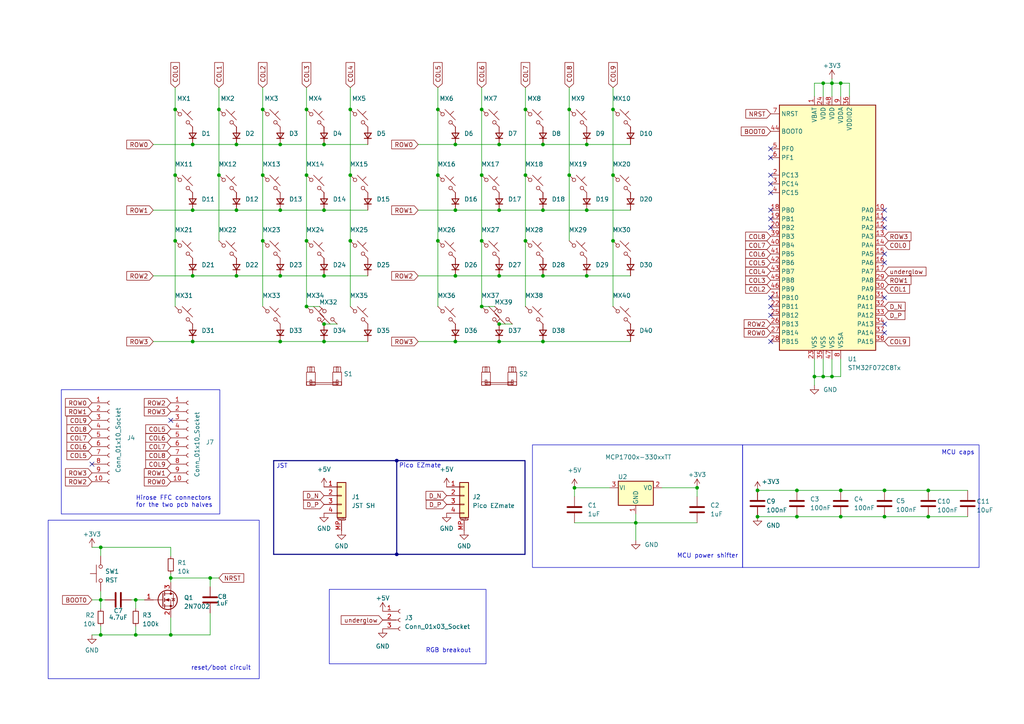
<source format=kicad_sch>
(kicad_sch (version 20230121) (generator eeschema)
  (paper "A4")
  (junction (at 88.9 69.85))
  (junction (at 93.98 80.01))
  (junction (at 139.7 88.9))
  (junction (at 39.37 184.15))
  (junction (at 81.28 60.96))
  (junction (at 269.24 142.24))
  (junction (at 127 69.85))
  (junction (at 101.6 69.85))
  (junction (at 68.58 41.91))
  (junction (at 63.5 31.75))
  (junction (at 49.53 167.64))
  (junction (at 55.88 99.06))
  (junction (at 238.76 109.22))
  (junction (at 93.98 60.96))
  (junction (at 202.184 141.478))
  (junction (at 127 31.75))
  (junction (at 166.624 141.478))
  (junction (at 157.48 41.91))
  (junction (at 88.9 88.9))
  (junction (at 76.2 50.8))
  (junction (at 29.21 184.15))
  (junction (at 219.71 149.86))
  (junction (at 256.54 142.24))
  (junction (at 55.88 41.91))
  (junction (at 50.8 69.85))
  (junction (at 241.3 24.13))
  (junction (at 63.5 50.8))
  (junction (at 157.48 60.96))
  (junction (at 170.18 60.96))
  (junction (at 55.88 80.01))
  (junction (at 144.78 80.01))
  (junction (at 127 50.8))
  (junction (at 144.78 99.06))
  (junction (at 144.78 60.96))
  (junction (at 29.21 173.99))
  (junction (at 243.84 142.24))
  (junction (at 132.08 41.91))
  (junction (at 50.8 31.75))
  (junction (at 238.76 24.13))
  (junction (at 93.98 93.98))
  (junction (at 139.7 69.85))
  (junction (at 115.062 160.782))
  (junction (at 236.22 109.22))
  (junction (at 165.1 50.8))
  (junction (at 177.8 50.8))
  (junction (at 184.404 151.638))
  (junction (at 88.9 31.75))
  (junction (at 157.48 80.01))
  (junction (at 231.14 142.24))
  (junction (at 152.4 69.85))
  (junction (at 76.2 69.85))
  (junction (at 231.14 149.86))
  (junction (at 50.8 50.8))
  (junction (at 241.3 109.22))
  (junction (at 256.54 149.86))
  (junction (at 93.98 41.91))
  (junction (at 132.08 99.06))
  (junction (at 55.88 60.96))
  (junction (at 81.28 41.91))
  (junction (at 101.6 50.8))
  (junction (at 219.71 142.24))
  (junction (at 115.062 133.604))
  (junction (at 68.58 80.01))
  (junction (at 177.8 31.75))
  (junction (at 132.08 60.96))
  (junction (at 60.96 167.64))
  (junction (at 139.7 50.8))
  (junction (at 157.48 99.06))
  (junction (at 269.24 149.86))
  (junction (at 165.1 31.75))
  (junction (at 170.18 41.91))
  (junction (at 170.18 80.01))
  (junction (at 29.21 158.75))
  (junction (at 132.08 80.01))
  (junction (at 152.4 50.8))
  (junction (at 152.4 31.75))
  (junction (at 144.78 41.91))
  (junction (at 76.2 31.75))
  (junction (at 81.28 80.01))
  (junction (at 93.98 99.06))
  (junction (at 243.84 149.86))
  (junction (at 39.37 173.99))
  (junction (at 139.7 31.75))
  (junction (at 243.84 24.13))
  (junction (at 81.28 99.06))
  (junction (at 68.58 60.96))
  (junction (at 177.8 69.85))
  (junction (at 101.6 31.75))
  (junction (at 49.53 184.15))
  (junction (at 88.9 50.8))
  (junction (at 144.78 93.98))
  (no_connect (at 256.54 96.52))
  (no_connect (at 223.52 86.36))
  (no_connect (at 256.54 60.96))
  (no_connect (at 223.52 66.04))
  (no_connect (at 223.52 91.44))
  (no_connect (at 26.67 134.62))
  (no_connect (at 223.52 55.88))
  (no_connect (at 223.52 63.5))
  (no_connect (at 256.54 76.2))
  (no_connect (at 49.53 121.92))
  (no_connect (at 223.52 88.9))
  (no_connect (at 223.52 50.8))
  (no_connect (at 256.54 93.98))
  (no_connect (at 223.52 53.34))
  (no_connect (at 256.54 63.5))
  (no_connect (at 223.52 45.72))
  (no_connect (at 256.54 66.04))
  (no_connect (at 223.52 60.96))
  (no_connect (at 256.54 73.66))
  (no_connect (at 223.52 99.06))
  (no_connect (at 223.52 43.18))
  (no_connect (at 256.54 86.36))
  (wire (pts (xy 49.53 167.64) (xy 49.53 168.91)))
  (wire (pts (xy 241.3 109.22) (xy 243.84 109.22)))
  (wire (pts (xy 177.8 69.85) (xy 177.8 88.9)))
  (wire (pts (xy 49.53 166.37) (xy 49.53 167.64)))
  (wire (pts (xy 39.37 181.61) (xy 39.37 184.15)))
  (wire (pts (xy 144.78 80.01) (xy 157.48 80.01)))
  (wire (pts (xy 50.8 31.75) (xy 50.8 50.8)))
  (wire (pts (xy 166.624 144.018) (xy 166.624 141.478)))
  (wire (pts (xy 177.8 25.4) (xy 177.8 31.75)))
  (wire (pts (xy 93.98 60.96) (xy 106.68 60.96)))
  (wire (pts (xy 243.84 104.14) (xy 243.84 109.22)))
  (wire (pts (xy 139.7 88.9) (xy 143.51 88.9)))
  (wire (pts (xy 76.2 25.4) (xy 76.2 31.75)))
  (wire (pts (xy 60.96 167.64) (xy 63.5 167.64)))
  (wire (pts (xy 139.7 25.4) (xy 139.7 31.75)))
  (wire (pts (xy 55.88 60.96) (xy 68.58 60.96)))
  (wire (pts (xy 184.404 151.638) (xy 184.404 149.098)))
  (wire (pts (xy 29.21 158.75) (xy 29.21 161.29)))
  (wire (pts (xy 219.71 149.86) (xy 231.14 149.86)))
  (wire (pts (xy 192.024 141.478) (xy 202.184 141.478)))
  (wire (pts (xy 93.98 99.06) (xy 106.68 99.06)))
  (wire (pts (xy 63.5 25.4) (xy 63.5 31.75)))
  (wire (pts (xy 236.22 104.14) (xy 236.22 109.22)))
  (wire (pts (xy 256.54 149.86) (xy 269.24 149.86)))
  (wire (pts (xy 152.4 69.85) (xy 152.4 88.9)))
  (wire (pts (xy 76.2 69.85) (xy 76.2 88.9)))
  (wire (pts (xy 132.08 99.06) (xy 144.78 99.06)))
  (wire (pts (xy 231.14 142.24) (xy 243.84 142.24)))
  (wire (pts (xy 49.53 167.64) (xy 60.96 167.64)))
  (wire (pts (xy 144.78 99.06) (xy 157.48 99.06)))
  (wire (pts (xy 121.285 80.01) (xy 132.08 80.01)))
  (wire (pts (xy 166.624 141.478) (xy 176.784 141.478)))
  (wire (pts (xy 157.48 80.01) (xy 170.18 80.01)))
  (wire (pts (xy 81.28 80.01) (xy 93.98 80.01)))
  (wire (pts (xy 152.4 25.4) (xy 152.4 31.75)))
  (wire (pts (xy 121.285 60.96) (xy 132.08 60.96)))
  (wire (pts (xy 81.28 41.91) (xy 93.98 41.91)))
  (wire (pts (xy 246.38 24.13) (xy 246.38 27.94)))
  (wire (pts (xy 241.3 24.13) (xy 241.3 27.94)))
  (wire (pts (xy 68.58 41.91) (xy 81.28 41.91)))
  (wire (pts (xy 269.24 142.24) (xy 280.67 142.24)))
  (wire (pts (xy 238.76 24.13) (xy 241.3 24.13)))
  (wire (pts (xy 202.184 151.638) (xy 184.404 151.638)))
  (wire (pts (xy 26.67 184.15) (xy 29.21 184.15)))
  (wire (pts (xy 29.21 158.75) (xy 49.53 158.75)))
  (wire (pts (xy 243.84 149.86) (xy 256.54 149.86)))
  (wire (pts (xy 39.37 173.99) (xy 41.91 173.99)))
  (wire (pts (xy 243.84 142.24) (xy 256.54 142.24)))
  (wire (pts (xy 236.22 109.22) (xy 236.22 111.76)))
  (wire (pts (xy 88.9 25.4) (xy 88.9 31.75)))
  (wire (pts (xy 269.24 149.86) (xy 280.67 149.86)))
  (wire (pts (xy 101.6 25.4) (xy 101.6 31.75)))
  (wire (pts (xy 50.8 25.4) (xy 50.8 31.75)))
  (wire (pts (xy 238.76 109.22) (xy 241.3 109.22)))
  (wire (pts (xy 243.84 24.13) (xy 243.84 27.94)))
  (wire (pts (xy 165.1 25.4) (xy 165.1 31.75)))
  (wire (pts (xy 81.28 60.96) (xy 93.98 60.96)))
  (wire (pts (xy 165.1 31.75) (xy 165.1 50.8)))
  (wire (pts (xy 63.5 50.8) (xy 63.5 69.85)))
  (wire (pts (xy 121.285 41.91) (xy 132.08 41.91)))
  (wire (pts (xy 241.3 22.86) (xy 241.3 24.13)))
  (wire (pts (xy 231.14 149.86) (xy 243.84 149.86)))
  (wire (pts (xy 243.84 24.13) (xy 246.38 24.13)))
  (wire (pts (xy 157.48 60.96) (xy 170.18 60.96)))
  (wire (pts (xy 256.54 142.24) (xy 269.24 142.24)))
  (wire (pts (xy 39.37 173.99) (xy 39.37 176.53)))
  (wire (pts (xy 49.53 179.07) (xy 49.53 184.15)))
  (wire (pts (xy 44.45 80.01) (xy 55.88 80.01)))
  (wire (pts (xy 88.9 50.8) (xy 88.9 69.85)))
  (wire (pts (xy 139.7 31.75) (xy 139.7 50.8)))
  (wire (pts (xy 68.58 60.96) (xy 81.28 60.96)))
  (wire (pts (xy 241.3 104.14) (xy 241.3 109.22)))
  (wire (pts (xy 121.285 99.06) (xy 132.08 99.06)))
  (wire (pts (xy 144.78 60.96) (xy 157.48 60.96)))
  (wire (pts (xy 63.5 31.75) (xy 63.5 50.8)))
  (wire (pts (xy 127 50.8) (xy 127 69.85)))
  (wire (pts (xy 132.08 80.01) (xy 144.78 80.01)))
  (wire (pts (xy 236.22 24.13) (xy 236.22 27.94)))
  (wire (pts (xy 170.18 80.01) (xy 182.88 80.01)))
  (wire (pts (xy 236.22 24.13) (xy 238.76 24.13)))
  (wire (pts (xy 238.76 104.14) (xy 238.76 109.22)))
  (bus (pts (xy 115.062 133.604) (xy 152.273 133.604)))
  (wire (pts (xy 44.45 60.96) (xy 55.88 60.96)))
  (wire (pts (xy 88.9 69.85) (xy 88.9 88.9)))
  (wire (pts (xy 88.9 31.75) (xy 88.9 50.8)))
  (wire (pts (xy 139.7 50.8) (xy 139.7 69.85)))
  (wire (pts (xy 49.53 158.75) (xy 49.53 161.29)))
  (wire (pts (xy 177.8 31.75) (xy 177.8 50.8)))
  (wire (pts (xy 38.1 173.99) (xy 39.37 173.99)))
  (wire (pts (xy 29.21 173.99) (xy 30.48 173.99)))
  (wire (pts (xy 76.2 50.8) (xy 76.2 69.85)))
  (wire (pts (xy 29.21 181.61) (xy 29.21 184.15)))
  (wire (pts (xy 26.67 173.99) (xy 29.21 173.99)))
  (wire (pts (xy 101.6 69.85) (xy 101.6 88.9)))
  (wire (pts (xy 177.8 50.8) (xy 177.8 69.85)))
  (wire (pts (xy 44.45 41.91) (xy 55.88 41.91)))
  (wire (pts (xy 152.4 31.75) (xy 152.4 50.8)))
  (wire (pts (xy 76.2 31.75) (xy 76.2 50.8)))
  (wire (pts (xy 165.1 50.8) (xy 165.1 69.85)))
  (wire (pts (xy 132.08 41.91) (xy 144.78 41.91)))
  (wire (pts (xy 202.184 141.478) (xy 202.184 144.018)))
  (wire (pts (xy 241.3 24.13) (xy 243.84 24.13)))
  (wire (pts (xy 29.21 171.45) (xy 29.21 173.99)))
  (wire (pts (xy 50.8 50.8) (xy 50.8 69.85)))
  (wire (pts (xy 170.18 60.96) (xy 182.88 60.96)))
  (wire (pts (xy 68.58 80.01) (xy 81.28 80.01)))
  (wire (pts (xy 60.96 167.64) (xy 60.96 170.18)))
  (wire (pts (xy 127 31.75) (xy 127 50.8)))
  (wire (pts (xy 184.404 151.638) (xy 184.404 156.718)))
  (bus (pts (xy 115.062 160.782) (xy 152.273 160.782)))
  (wire (pts (xy 219.71 142.24) (xy 231.14 142.24)))
  (wire (pts (xy 26.67 158.75) (xy 29.21 158.75)))
  (wire (pts (xy 29.21 173.99) (xy 29.21 176.53)))
  (wire (pts (xy 157.48 41.91) (xy 170.18 41.91)))
  (wire (pts (xy 127 69.85) (xy 127 88.9)))
  (wire (pts (xy 101.6 50.8) (xy 101.6 69.85)))
  (wire (pts (xy 132.08 60.96) (xy 144.78 60.96)))
  (wire (pts (xy 81.28 99.06) (xy 93.98 99.06)))
  (wire (pts (xy 88.9 88.9) (xy 92.71 88.9)))
  (wire (pts (xy 93.98 80.01) (xy 106.68 80.01)))
  (wire (pts (xy 101.6 31.75) (xy 101.6 50.8)))
  (wire (pts (xy 144.78 93.98) (xy 148.59 93.98)))
  (wire (pts (xy 139.7 69.85) (xy 139.7 88.9)))
  (wire (pts (xy 55.88 80.01) (xy 68.58 80.01)))
  (wire (pts (xy 236.22 109.22) (xy 238.76 109.22)))
  (wire (pts (xy 39.37 184.15) (xy 49.53 184.15)))
  (wire (pts (xy 49.53 184.15) (xy 60.96 184.15)))
  (wire (pts (xy 55.88 99.06) (xy 81.28 99.06)))
  (wire (pts (xy 60.96 177.8) (xy 60.96 184.15)))
  (wire (pts (xy 127 25.4) (xy 127 31.75)))
  (wire (pts (xy 170.18 41.91) (xy 182.88 41.91)))
  (wire (pts (xy 144.78 41.91) (xy 157.48 41.91)))
  (wire (pts (xy 152.4 50.8) (xy 152.4 69.85)))
  (wire (pts (xy 157.48 99.06) (xy 182.88 99.06)))
  (wire (pts (xy 44.45 99.06) (xy 55.88 99.06)))
  (wire (pts (xy 93.98 93.98) (xy 97.79 93.98)))
  (wire (pts (xy 166.624 151.638) (xy 184.404 151.638)))
  (bus (pts (xy 152.273 160.782) (xy 152.273 133.604)))
  (wire (pts (xy 55.88 41.91) (xy 68.58 41.91)))
  (wire (pts (xy 29.21 184.15) (xy 39.37 184.15)))
  (wire (pts (xy 238.76 24.13) (xy 238.76 27.94)))
  (wire (pts (xy 50.8 69.85) (xy 50.8 88.9)))
  (bus (pts (xy 79.375 133.604) (xy 79.375 160.782)))
  (bus (pts (xy 79.375 133.604) (xy 115.062 133.604)))
  (wire (pts (xy 93.98 41.91) (xy 106.68 41.91)))
  (bus (pts (xy 79.375 160.782) (xy 115.062 160.782)))
  (bus (pts (xy 115.062 133.604) (xy 115.062 160.782)))
  (rectangle (start 215.392 129.032) (end 283.972 164.592))
  (rectangle (start 154.432 129.032) (end 215.392 164.592))
  (rectangle (start 13.97 150.876) (end 75.184 196.85))
  (rectangle (start 95.504 170.942) (end 140.97 192.532))
  (rectangle (start 17.78 113.03) (end 63.7625 149.0729))
  (text "Pico EZmate" (at 115.697 135.89 0) (effects (font (size 1.27 1.27)) (justify left bottom)))
  (text "Hirose FFC connectors\nfor the two pcb halves" (at 39.37 147.32 0) (effects (font (size 1.27 1.27)) (justify left bottom)))
  (text "reset/boot circuit" (at 55.372 194.564 0) (effects (font (size 1.27 1.27)) (justify left bottom)))
  (text "MCU power shifter" (at 196.342 162.052 0) (effects (font (size 1.27 1.27)) (justify left bottom)))
  (text "RGB breakout" (at 123.444 189.484 0) (effects (font (size 1.27 1.27)) (justify left bottom)))
  (text "MCU caps" (at 273.05 132.08 0) (effects (font (size 1.27 1.27)) (justify left bottom)))
  (text "JST" (at 80.137 136.017 0) (effects (font (size 1.27 1.27)) (justify left bottom)))
  (global_label "COL0" (shape input) (at 50.8 25.4 90) (property "Intersheetrefs" "${INTERSHEET_REFS}" (effects hide)))
  (global_label "ROW1" (shape input) (at 49.53 137.16 180) (property "Intersheetrefs" "${INTERSHEET_REFS}" (effects hide)))
  (global_label "ROW2" (shape input) (at 44.45 80.01 180) (property "Intersheetrefs" "${INTERSHEET_REFS}" (effects hide)))
  (global_label "COL7" (shape input) (at 26.67 127 180) (property "Intersheetrefs" "${INTERSHEET_REFS}" (effects hide)))
  (global_label "ROW2" (shape input) (at 223.52 93.98 180) (property "Intersheetrefs" "${INTERSHEET_REFS}" (effects hide)))
  (global_label "ROW0" (shape input) (at 44.45 41.91 180) (property "Intersheetrefs" "${INTERSHEET_REFS}" (effects hide)))
  (global_label "COL8" (shape input) (at 26.67 124.46 180) (property "Intersheetrefs" "${INTERSHEET_REFS}" (effects hide)))
  (global_label "D_N" (shape input) (at 256.54 88.9 0) (property "Intersheetrefs" "${INTERSHEET_REFS}" (effects hide)))
  (global_label "ROW0" (shape input) (at 223.52 96.52 180) (property "Intersheetrefs" "${INTERSHEET_REFS}" (effects hide)))
  (global_label "COL9" (shape input) (at 49.53 134.62 180) (property "Intersheetrefs" "${INTERSHEET_REFS}" (effects hide)))
  (global_label "ROW1" (shape input) (at 256.54 81.28 0) (property "Intersheetrefs" "${INTERSHEET_REFS}" (effects hide)))
  (global_label "COL7" (shape input) (at 152.4 25.4 90) (property "Intersheetrefs" "${INTERSHEET_REFS}" (effects hide)))
  (global_label "D_P" (shape input) (at 93.98 146.304 180) (property "Intersheetrefs" "${INTERSHEET_REFS}" (effects hide)))
  (global_label "COL0" (shape input) (at 256.54 71.12 0) (property "Intersheetrefs" "${INTERSHEET_REFS}" (effects hide)))
  (global_label "COL7" (shape input) (at 49.53 129.54 180) (property "Intersheetrefs" "${INTERSHEET_REFS}" (effects hide)))
  (global_label "COL2" (shape input) (at 223.52 83.82 180) (property "Intersheetrefs" "${INTERSHEET_REFS}" (effects hide)))
  (global_label "ROW0" (shape input) (at 49.53 139.7 180) (property "Intersheetrefs" "${INTERSHEET_REFS}" (effects hide)))
  (global_label "D_P" (shape input) (at 256.54 91.44 0) (property "Intersheetrefs" "${INTERSHEET_REFS}" (effects hide)))
  (global_label "D_N" (shape input) (at 93.98 143.764 180) (property "Intersheetrefs" "${INTERSHEET_REFS}" (effects hide)))
  (global_label "COL5" (shape input) (at 223.52 76.2 180) (property "Intersheetrefs" "${INTERSHEET_REFS}" (effects hide)))
  (global_label "COL6" (shape input) (at 26.67 129.54 180) (property "Intersheetrefs" "${INTERSHEET_REFS}" (effects hide)))
  (global_label "COL1" (shape input) (at 63.5 25.4 90) (property "Intersheetrefs" "${INTERSHEET_REFS}" (effects hide)))
  (global_label "NRST" (shape input) (at 63.5 167.64 0) (property "Intersheetrefs" "${INTERSHEET_REFS}" (effects hide)))
  (global_label "COL3" (shape input) (at 88.9 25.4 90) (property "Intersheetrefs" "${INTERSHEET_REFS}" (effects hide)))
  (global_label "COL7" (shape input) (at 223.52 71.12 180) (property "Intersheetrefs" "${INTERSHEET_REFS}" (effects hide)))
  (global_label "ROW3" (shape input) (at 121.285 99.06 180) (property "Intersheetrefs" "${INTERSHEET_REFS}" (effects hide)))
  (global_label "D_P" (shape input) (at 129.54 146.304 180) (property "Intersheetrefs" "${INTERSHEET_REFS}" (effects hide)))
  (global_label "ROW3" (shape input) (at 26.67 137.16 180) (property "Intersheetrefs" "${INTERSHEET_REFS}" (effects hide)))
  (global_label "BOOT0" (shape input) (at 223.52 38.1 180) (property "Intersheetrefs" "${INTERSHEET_REFS}" (effects hide)))
  (global_label "COL3" (shape input) (at 223.52 81.28 180) (property "Intersheetrefs" "${INTERSHEET_REFS}" (effects hide)))
  (global_label "ROW3" (shape input) (at 44.45 99.06 180) (property "Intersheetrefs" "${INTERSHEET_REFS}" (effects hide)))
  (global_label "COL6" (shape input) (at 139.7 25.4 90) (property "Intersheetrefs" "${INTERSHEET_REFS}" (effects hide)))
  (global_label "COL9" (shape input) (at 177.8 25.4 90) (property "Intersheetrefs" "${INTERSHEET_REFS}" (effects hide)))
  (global_label "COL9" (shape input) (at 26.67 121.92 180) (property "Intersheetrefs" "${INTERSHEET_REFS}" (effects hide)))
  (global_label "ROW1" (shape input) (at 121.285 60.96 180) (property "Intersheetrefs" "${INTERSHEET_REFS}" (effects hide)))
  (global_label "ROW2" (shape input) (at 49.53 116.84 180) (property "Intersheetrefs" "${INTERSHEET_REFS}" (effects hide)))
  (global_label "ROW3" (shape input) (at 256.54 68.58 0) (property "Intersheetrefs" "${INTERSHEET_REFS}" (effects hide)))
  (global_label "ROW2" (shape input) (at 26.67 139.7 180) (property "Intersheetrefs" "${INTERSHEET_REFS}" (effects hide)))
  (global_label "COL6" (shape input) (at 223.52 73.66 180) (property "Intersheetrefs" "${INTERSHEET_REFS}" (effects hide)))
  (global_label "underglow" (shape input) (at 256.54 78.74 0) (property "Intersheetrefs" "${INTERSHEET_REFS}" (effects hide)))
  (global_label "COL5" (shape input) (at 26.67 132.08 180) (property "Intersheetrefs" "${INTERSHEET_REFS}" (effects hide)))
  (global_label "COL5" (shape input) (at 49.53 124.46 180) (property "Intersheetrefs" "${INTERSHEET_REFS}" (effects hide)))
  (global_label "COL2" (shape input) (at 76.2 25.4 90) (property "Intersheetrefs" "${INTERSHEET_REFS}" (effects hide)))
  (global_label "underglow" (shape input) (at 110.998 179.832 180) (property "Intersheetrefs" "${INTERSHEET_REFS}" (effects hide)))
  (global_label "ROW2" (shape input) (at 121.285 80.01 180) (property "Intersheetrefs" "${INTERSHEET_REFS}" (effects hide)))
  (global_label "D_N" (shape input) (at 129.54 143.764 180) (property "Intersheetrefs" "${INTERSHEET_REFS}" (effects hide)))
  (global_label "BOOT0" (shape input) (at 26.67 173.99 180) (property "Intersheetrefs" "${INTERSHEET_REFS}" (effects hide)))
  (global_label "NRST" (shape input) (at 223.52 33.02 180) (property "Intersheetrefs" "${INTERSHEET_REFS}" (effects hide)))
  (global_label "ROW0" (shape input) (at 121.285 41.91 180) (property "Intersheetrefs" "${INTERSHEET_REFS}" (effects hide)))
  (global_label "COL8" (shape input) (at 165.1 25.4 90) (property "Intersheetrefs" "${INTERSHEET_REFS}" (effects hide)))
  (global_label "ROW0" (shape input) (at 26.67 116.84 180) (property "Intersheetrefs" "${INTERSHEET_REFS}" (effects hide)))
  (global_label "COL4" (shape input) (at 223.52 78.74 180) (property "Intersheetrefs" "${INTERSHEET_REFS}" (effects hide)))
  (global_label "ROW1" (shape input) (at 26.67 119.38 180) (property "Intersheetrefs" "${INTERSHEET_REFS}" (effects hide)))
  (global_label "COL4" (shape input) (at 101.6 25.4 90) (property "Intersheetrefs" "${INTERSHEET_REFS}" (effects hide)))
  (global_label "COL9" (shape input) (at 256.54 99.06 0) (property "Intersheetrefs" "${INTERSHEET_REFS}" (effects hide)))
  (global_label "COL8" (shape input) (at 223.52 68.58 180) (property "Intersheetrefs" "${INTERSHEET_REFS}" (effects hide)))
  (global_label "ROW1" (shape input) (at 44.45 60.96 180) (property "Intersheetrefs" "${INTERSHEET_REFS}" (effects hide)))
  (global_label "ROW3" (shape input) (at 49.53 119.38 180) (property "Intersheetrefs" "${INTERSHEET_REFS}" (effects hide)))
  (global_label "COL5" (shape input) (at 127 25.4 90) (property "Intersheetrefs" "${INTERSHEET_REFS}" (effects hide)))
  (global_label "COL8" (shape input) (at 49.53 132.08 180) (property "Intersheetrefs" "${INTERSHEET_REFS}" (effects hide)))
  (global_label "COL1" (shape input) (at 256.54 83.82 0) (property "Intersheetrefs" "${INTERSHEET_REFS}" (effects hide)))
  (global_label "COL6" (shape input) (at 49.53 127 180) (property "Intersheetrefs" "${INTERSHEET_REFS}" (effects hide)))
  (symbol (lib_id "Device:D_Small") (at 144.78 77.47 90) (unit 1)
    (property "Reference" "D27" (at 147.32 76.835 90) (effects (justify right)))
    (property "Value" "D_Small" (effects hide))
    (property "Footprint" "Diode_SMD:D_SOD-123F" (effects hide))
    (property "Sim.Device" "D" (effects hide))
    (property "Sim.Pins" "1=K 2=A" (effects hide))
  )
  (symbol (lib_id "Device:D_Small") (at 157.48 39.37 90) (unit 1)
    (property "Reference" "D8" (at 160.02 38.735 90) (effects (justify right)))
    (property "Value" "D_Small" (effects hide))
    (property "Footprint" "Diode_SMD:D_SOD-123F" (effects hide))
    (property "Sim.Device" "D" (effects hide))
    (property "Sim.Pins" "1=K 2=A" (effects hide))
  )
  (symbol (lib_id "Device:D_Small") (at 132.08 39.37 90) (unit 1)
    (property "Reference" "D6" (at 134.62 38.735 90) (effects (justify right)))
    (property "Value" "D_Small" (effects hide))
    (property "Footprint" "Diode_SMD:D_SOD-123F" (effects hide))
    (property "Sim.Device" "D" (effects hide))
    (property "Sim.Pins" "1=K 2=A" (effects hide))
  )
  (symbol (lib_id "PCM_marbastlib-mx:MX_SW_HS") (at 154.94 34.29 0) (unit 1)
    (property "Reference" "MX8" (at 154.94 28.575 0))
    (property "Value" "MX_SW_HS" (effects hide))
    (property "Footprint" "PCM_marbastlib-mx:SW_MX_HS_1u" (effects hide))
  )
  (symbol (lib_id "power:+5V") (at 93.98 141.224 0) (unit 1)
    (property "Reference" "#PWR09" (effects hide))
    (property "Value" "+5V" (at 93.98 136.144 0))
  )
  (symbol (lib_id "PCM_marbastlib-mx:MX_SW_HS") (at 53.34 72.39 0) (unit 1)
    (property "Reference" "MX21" (at 53.34 66.675 0))
    (property "Value" "MX_SW_HS" (effects hide))
    (property "Footprint" "PCM_marbastlib-mx:SW_MX_HS_1u" (effects hide))
  )
  (symbol (lib_id "Device:D_Small") (at 106.68 77.47 90) (unit 1)
    (property "Reference" "D25" (at 109.22 76.835 90) (effects (justify right)))
    (property "Value" "D_Small" (effects hide))
    (property "Footprint" "Diode_SMD:D_SOD-123F" (effects hide))
    (property "Sim.Device" "D" (effects hide))
    (property "Sim.Pins" "1=K 2=A" (effects hide))
  )
  (symbol (lib_id "PCM_marbastlib-mx:MX_SW_HS") (at 53.34 53.34 0) (unit 1)
    (property "Reference" "MX11" (at 53.34 47.625 0))
    (property "Value" "MX_SW_HS" (effects hide))
    (property "Footprint" "PCM_marbastlib-mx:SW_MX_HS_1u" (effects hide))
  )
  (symbol (lib_id "Device:D_Small") (at 170.18 39.37 90) (unit 1)
    (property "Reference" "D9" (at 172.72 38.735 90) (effects (justify right)))
    (property "Value" "D_Small" (effects hide))
    (property "Footprint" "Diode_SMD:D_SOD-123F" (effects hide))
    (property "Sim.Device" "D" (effects hide))
    (property "Sim.Pins" "1=K 2=A" (effects hide))
  )
  (symbol (lib_id "Device:D_Small") (at 170.18 58.42 90) (unit 1)
    (property "Reference" "D19" (at 172.72 57.785 90) (effects (justify right)))
    (property "Value" "D_Small" (effects hide))
    (property "Footprint" "Diode_SMD:D_SOD-123F" (effects hide))
    (property "Sim.Device" "D" (effects hide))
    (property "Sim.Pins" "1=K 2=A" (effects hide))
  )
  (symbol (lib_id "Device:D_Small") (at 182.88 58.42 90) (unit 1)
    (property "Reference" "D20" (at 185.42 57.785 90) (effects (justify right)))
    (property "Value" "D_Small" (effects hide))
    (property "Footprint" "Diode_SMD:D_SOD-123F" (effects hide))
    (property "Sim.Device" "D" (effects hide))
    (property "Sim.Pins" "1=K 2=A" (effects hide))
  )
  (symbol (lib_id "Regulator_Linear:MCP1700x-330xxTT") (at 184.404 141.478 0) (unit 1)
    (property "Reference" "U2" (at 180.594 138.303 0))
    (property "Value" "MCP1700x-330xxTT" (at 175.514 132.588 0) (effects (justify left)))
    (property "Footprint" "Package_TO_SOT_SMD:SOT-23" (effects hide))
    (property "Datasheet" "http://ww1.microchip.com/downloads/en/DeviceDoc/20001826D.pdf" (effects hide))
    (property "LCSC Part Number" "C39051" (effects hide))
  )
  (symbol (lib_id "PCM_marbastlib-mx:MX_SW_HS") (at 104.14 91.44 0) (unit 1)
    (property "Reference" "MX35" (at 104.14 85.725 0))
    (property "Value" "MX_SW_HS" (effects hide))
    (property "Footprint" "PCM_marbastlib-mx:SW_MX_HS_1u" (effects hide))
  )
  (symbol (lib_id "PCM_marbastlib-mx:MX_SW_HS") (at 167.64 53.34 0) (unit 1)
    (property "Reference" "MX19" (at 167.64 47.625 0))
    (property "Value" "MX_SW_HS" (effects hide))
    (property "Footprint" "PCM_marbastlib-mx:SW_MX_HS_1u" (effects hide))
  )
  (symbol (lib_id "Device:D_Small") (at 93.98 58.42 90) (unit 1)
    (property "Reference" "D14" (at 96.52 57.785 90) (effects (justify right)))
    (property "Value" "D_Small" (effects hide))
    (property "Footprint" "Diode_SMD:D_SOD-123F" (effects hide))
    (property "Sim.Device" "D" (effects hide))
    (property "Sim.Pins" "1=K 2=A" (effects hide))
  )
  (symbol (lib_id "power:GND") (at 134.62 153.924 0) (unit 1)
    (property "Reference" "#PWR014" (effects hide))
    (property "Value" "GND" (at 134.62 158.3674 0))
  )
  (symbol (lib_id "Device:D_Small") (at 182.88 96.52 90) (unit 1)
    (property "Reference" "D40" (at 185.42 95.885 90) (effects (justify right)))
    (property "Value" "D_Small" (effects hide))
    (property "Footprint" "Diode_SMD:D_SOD-123F" (effects hide))
    (property "Sim.Device" "D" (effects hide))
    (property "Sim.Pins" "1=K 2=A" (effects hide))
  )
  (symbol (lib_id "Device:C") (at 166.624 147.828 0) (unit 1)
    (property "Reference" "C1" (at 170.434 146.5579 0) (effects (justify left)))
    (property "Value" "1uF" (at 170.434 149.0979 0) (effects (justify left)))
    (property "Footprint" "Capacitor_SMD:C_0603_1608Metric" (effects hide))
    (property "LCSC Part Number" "C28323" (effects hide))
  )
  (symbol (lib_id "Device:D_Small") (at 182.88 39.37 90) (unit 1)
    (property "Reference" "D10" (at 185.42 38.735 90) (effects (justify right)))
    (property "Value" "D_Small" (effects hide))
    (property "Footprint" "Diode_SMD:D_SOD-123F" (effects hide))
    (property "Sim.Device" "D" (effects hide))
    (property "Sim.Pins" "1=K 2=A" (effects hide))
  )
  (symbol (lib_id "Connector:Conn_01x03_Socket") (at 116.078 179.832 0) (unit 1)
    (property "Reference" "J3" (at 117.348 179.197 0) (effects (justify left)))
    (property "Value" "Conn_01x03_Socket" (at 117.348 181.737 0) (effects (justify left)))
    (property "Footprint" "Connector_PinHeader_2.54mm:PinHeader_1x03_P2.54mm_Vertical" (effects hide))
  )
  (symbol (lib_id "PCM_marbastlib-mx:MX_SW_HS") (at 53.34 91.44 0) (unit 1)
    (property "Reference" "MX31" (at 53.34 85.725 0))
    (property "Value" "MX_SW_HS" (effects hide))
    (property "Footprint" "PCM_marbastlib-mx:SW_MX_HS_1u" (effects hide))
  )
  (symbol (lib_id "power:+3V3") (at 241.3 22.86 0) (unit 1)
    (property "Reference" "#PWR018" (effects hide))
    (property "Value" "+3V3" (at 241.3 19.05 0))
  )
  (symbol (lib_id "Device:R_Small") (at 39.37 179.07 0) (unit 1)
    (property "Reference" "R3" (at 41.275 178.435 0) (effects (justify left)))
    (property "Value" "100k" (at 41.275 180.975 0) (effects (justify left)))
    (property "Footprint" "Resistor_SMD:R_0603_1608Metric" (effects hide))
  )
  (symbol (lib_id "Device:C") (at 219.71 146.05 0) (unit 1)
    (property "Reference" "C9" (at 222.25 145.4213 0) (effects (justify left)))
    (property "Value" "100nF" (at 222.25 147.9613 0) (effects (justify left)))
    (property "Footprint" "Capacitor_SMD:C_0603_1608Metric" (effects hide))
  )
  (symbol (lib_id "Connector_Generic_MountingPin:Conn_01x04_MountingPin") (at 134.62 143.764 0) (unit 1)
    (property "Reference" "J2" (at 137.033 144.1195 0) (effects (justify left)))
    (property "Value" "Pico EZmate" (at 137.033 146.6595 0) (effects (justify left)))
    (property "Footprint" "Connector_Molex:Molex_Pico-EZmate_78171-0004_1x04-1MP_P1.20mm_Vertical" (effects hide))
  )
  (symbol (lib_id "PCM_marbastlib-mx:MX_SW_HS") (at 91.44 53.34 0) (unit 1)
    (property "Reference" "MX14" (at 91.44 47.625 0))
    (property "Value" "MX_SW_HS" (effects hide))
    (property "Footprint" "PCM_marbastlib-mx:SW_MX_HS_1u" (effects hide))
  )
  (symbol (lib_id "PCM_marbastlib-mx:MX_SW_HS") (at 154.94 72.39 0) (unit 1)
    (property "Reference" "MX28" (at 154.94 66.675 0))
    (property "Value" "MX_SW_HS" (effects hide))
    (property "Footprint" "PCM_marbastlib-mx:SW_MX_HS_1u" (effects hide))
  )
  (symbol (lib_id "Connector_Generic_MountingPin:Conn_01x04_MountingPin") (at 99.06 143.764 0) (unit 1)
    (property "Reference" "J1" (at 101.981 144.1195 0) (effects (justify left)))
    (property "Value" "JST SH" (at 101.981 146.6595 0) (effects (justify left)))
    (property "Footprint" "Connector_JST:JST_SH_SM04B-SRSS-TB_1x04-1MP_P1.00mm_Horizontal" (effects hide))
  )
  (symbol (lib_id "PCM_marbastlib-mx:MX_SW_HS") (at 180.34 34.29 0) (unit 1)
    (property "Reference" "MX10" (at 180.34 28.575 0))
    (property "Value" "MX_SW_HS" (effects hide))
    (property "Footprint" "PCM_marbastlib-mx:SW_MX_HS_1u" (effects hide))
  )
  (symbol (lib_id "PCM_marbastlib-mx:MX_SW_HS") (at 91.44 34.29 0) (unit 1)
    (property "Reference" "MX4" (at 91.44 28.575 0))
    (property "Value" "MX_SW_HS" (effects hide))
    (property "Footprint" "PCM_marbastlib-mx:SW_MX_HS_1u" (effects hide))
  )
  (symbol (lib_id "Device:C") (at 202.184 147.828 0) (unit 1)
    (property "Reference" "C2" (at 205.994 146.5579 0) (effects (justify left)))
    (property "Value" "1uF" (at 205.994 149.0979 0) (effects (justify left)))
    (property "Footprint" "Capacitor_SMD:C_0603_1608Metric" (effects hide))
    (property "LCSC Part Number" "C28323" (effects hide))
  )
  (symbol (lib_id "Device:D_Small") (at 106.68 58.42 90) (unit 1)
    (property "Reference" "D15" (at 109.22 57.785 90) (effects (justify right)))
    (property "Value" "D_Small" (effects hide))
    (property "Footprint" "Diode_SMD:D_SOD-123F" (effects hide))
    (property "Sim.Device" "D" (effects hide))
    (property "Sim.Pins" "1=K 2=A" (effects hide))
  )
  (symbol (lib_id "PCM_marbastlib-mx:MX_SW_HS") (at 154.94 53.34 0) (unit 1)
    (property "Reference" "MX18" (at 154.94 47.625 0))
    (property "Value" "MX_SW_HS" (effects hide))
    (property "Footprint" "PCM_marbastlib-mx:SW_MX_HS_1u" (effects hide))
  )
  (symbol (lib_id "PCM_marbastlib-mx:MX_SW_HS") (at 129.54 72.39 0) (unit 1)
    (property "Reference" "MX26" (at 129.54 66.675 0))
    (property "Value" "MX_SW_HS" (effects hide))
    (property "Footprint" "PCM_marbastlib-mx:SW_MX_HS_1u" (effects hide))
  )
  (symbol (lib_id "PCM_marbastlib-mx:MX_SW_HS") (at 146.05 91.44 180) (unit 1)
    (property "Reference" "MX39" (at 146.05 87.63 0))
    (property "Value" "MX_SW_HS" (effects hide))
    (property "Footprint" "PCM_marbastlib-mx:SW_MX_HS_1u" (effects hide))
  )
  (symbol (lib_id "Device:D_Small") (at 144.78 39.37 90) (unit 1)
    (property "Reference" "D7" (at 147.32 38.735 90) (effects (justify right)))
    (property "Value" "D_Small" (effects hide))
    (property "Footprint" "Diode_SMD:D_SOD-123F" (effects hide))
    (property "Sim.Device" "D" (effects hide))
    (property "Sim.Pins" "1=K 2=A" (effects hide))
  )
  (symbol (lib_id "Device:D_Small") (at 132.08 77.47 90) (unit 1)
    (property "Reference" "D26" (at 134.62 76.835 90) (effects (justify right)))
    (property "Value" "D_Small" (effects hide))
    (property "Footprint" "Diode_SMD:D_SOD-123F" (effects hide))
    (property "Sim.Device" "D" (effects hide))
    (property "Sim.Pins" "1=K 2=A" (effects hide))
  )
  (symbol (lib_id "Device:C") (at 243.84 146.05 0) (unit 1)
    (property "Reference" "C4" (at 247.65 144.7799 0) (effects (justify left)))
    (property "Value" "100nF" (at 247.65 147.3199 0) (effects (justify left)))
    (property "Footprint" "Capacitor_SMD:C_0603_1608Metric" (effects hide))
    (property "LCSC Part Number" "C14663" (effects hide))
  )
  (symbol (lib_id "power:GND") (at 99.06 153.924 0) (unit 1)
    (property "Reference" "#PWR013" (effects hide))
    (property "Value" "GND" (at 99.06 158.3674 0))
  )
  (symbol (lib_id "PCM_marbastlib-mx:MX_SW_HS") (at 104.14 53.34 0) (unit 1)
    (property "Reference" "MX15" (at 104.14 47.625 0))
    (property "Value" "MX_SW_HS" (effects hide))
    (property "Footprint" "PCM_marbastlib-mx:SW_MX_HS_1u" (effects hide))
  )
  (symbol (lib_id "PCM_marbastlib-mx:MX_SW_HS") (at 91.44 72.39 0) (unit 1)
    (property "Reference" "MX24" (at 91.44 66.675 0))
    (property "Value" "MX_SW_HS" (effects hide))
    (property "Footprint" "PCM_marbastlib-mx:SW_MX_HS_1u" (effects hide))
  )
  (symbol (lib_id "PCM_marbastlib-mx:MX_SW_HS") (at 180.34 91.44 0) (unit 1)
    (property "Reference" "MX40" (at 180.34 85.725 0))
    (property "Value" "MX_SW_HS" (effects hide))
    (property "Footprint" "PCM_marbastlib-mx:SW_MX_HS_1u" (effects hide))
  )
  (symbol (lib_id "PCM_marbastlib-mx:MX_stab") (at 93.98 109.22 0) (unit 1)
    (property "Reference" "S1" (at 99.695 108.458 0) (effects (justify left)))
    (property "Value" "MX_stab" (effects hide))
    (property "Footprint" "PCM_marbastlib-mx:STAB_MX_2u" (effects hide))
  )
  (symbol (lib_id "PCM_marbastlib-mx:MX_SW_HS") (at 53.34 34.29 0) (unit 1)
    (property "Reference" "MX1" (at 53.34 28.575 0))
    (property "Value" "MX_SW_HS" (effects hide))
    (property "Footprint" "PCM_marbastlib-mx:SW_MX_HS_1u" (effects hide))
  )
  (symbol (lib_id "Device:R_Small") (at 49.53 163.83 0) (unit 1)
    (property "Reference" "R1" (at 51.435 163.195 0) (effects (justify left)))
    (property "Value" "10k" (at 51.435 165.735 0) (effects (justify left)))
    (property "Footprint" "Resistor_SMD:R_0603_1608Metric" (effects hide))
  )
  (symbol (lib_id "Device:D_Small") (at 144.78 96.52 90) (unit 1)
    (property "Reference" "D37" (at 147.32 95.885 90) (effects (justify right)))
    (property "Value" "D_Small" (effects hide))
    (property "Footprint" "Diode_SMD:D_SOD-123F" (effects hide))
    (property "Sim.Device" "D" (effects hide))
    (property "Sim.Pins" "1=K 2=A" (effects hide))
  )
  (symbol (lib_id "Device:R_Small") (at 29.21 179.07 0) (unit 1)
    (property "Reference" "R2" (at 24.765 178.435 0) (effects (justify left)))
    (property "Value" "10k" (at 24.13 180.975 0) (effects (justify left)))
    (property "Footprint" "Resistor_SMD:R_0603_1608Metric" (effects hide))
  )
  (symbol (lib_id "Device:D_Small") (at 68.58 58.42 90) (unit 1)
    (property "Reference" "D12" (at 71.12 57.785 90) (effects (justify right)))
    (property "Value" "D_Small" (effects hide))
    (property "Footprint" "Diode_SMD:D_SOD-123F" (effects hide))
    (property "Sim.Device" "D" (effects hide))
    (property "Sim.Pins" "1=K 2=A" (effects hide))
  )
  (symbol (lib_id "Device:D_Small") (at 81.28 96.52 90) (unit 1)
    (property "Reference" "D33" (at 83.82 95.885 90) (effects (justify right)))
    (property "Value" "D_Small" (effects hide))
    (property "Footprint" "Diode_SMD:D_SOD-123F" (effects hide))
    (property "Sim.Device" "D" (effects hide))
    (property "Sim.Pins" "1=K 2=A" (effects hide))
  )
  (symbol (lib_id "Device:D_Small") (at 106.68 39.37 90) (unit 1)
    (property "Reference" "D5" (at 109.22 38.735 90) (effects (justify right)))
    (property "Value" "D_Small" (effects hide))
    (property "Footprint" "Diode_SMD:D_SOD-123F" (effects hide))
    (property "Sim.Device" "D" (effects hide))
    (property "Sim.Pins" "1=K 2=A" (effects hide))
  )
  (symbol (lib_id "PCM_marbastlib-mx:MX_SW_HS") (at 78.74 72.39 0) (unit 1)
    (property "Reference" "MX23" (at 78.74 66.675 0))
    (property "Value" "MX_SW_HS" (effects hide))
    (property "Footprint" "PCM_marbastlib-mx:SW_MX_HS_1u" (effects hide))
  )
  (symbol (lib_id "Device:D_Small") (at 132.08 58.42 90) (unit 1)
    (property "Reference" "D16" (at 134.62 57.785 90) (effects (justify right)))
    (property "Value" "D_Small" (effects hide))
    (property "Footprint" "Diode_SMD:D_SOD-123F" (effects hide))
    (property "Sim.Device" "D" (effects hide))
    (property "Sim.Pins" "1=K 2=A" (effects hide))
  )
  (symbol (lib_id "Device:D_Small") (at 157.48 77.47 90) (unit 1)
    (property "Reference" "D28" (at 160.02 76.835 90) (effects (justify right)))
    (property "Value" "D_Small" (effects hide))
    (property "Footprint" "Diode_SMD:D_SOD-123F" (effects hide))
    (property "Sim.Device" "D" (effects hide))
    (property "Sim.Pins" "1=K 2=A" (effects hide))
  )
  (symbol (lib_id "Device:D_Small") (at 81.28 58.42 90) (unit 1)
    (property "Reference" "D13" (at 83.82 57.785 90) (effects (justify right)))
    (property "Value" "D_Small" (effects hide))
    (property "Footprint" "Diode_SMD:D_SOD-123F" (effects hide))
    (property "Sim.Device" "D" (effects hide))
    (property "Sim.Pins" "1=K 2=A" (effects hide))
  )
  (symbol (lib_id "PCM_marbastlib-mx:MX_SW_HS") (at 104.14 72.39 0) (unit 1)
    (property "Reference" "MX25" (at 104.14 66.675 0))
    (property "Value" "MX_SW_HS" (effects hide))
    (property "Footprint" "PCM_marbastlib-mx:SW_MX_HS_1u" (effects hide))
  )
  (symbol (lib_id "power:+5V") (at 166.624 141.478 0) (unit 1)
    (property "Reference" "#PWR03" (effects hide))
    (property "Value" "+5V" (at 166.624 136.398 0))
  )
  (symbol (lib_id "Switch:SW_Push") (at 29.21 166.37 90) (unit 1)
    (property "Reference" "SW1" (at 30.48 165.735 90) (effects (justify right)))
    (property "Value" "RST" (at 30.48 168.275 90) (effects (justify right)))
    (property "Footprint" "Button_Switch_SMD:SW_SPST_SKQG_WithoutStem" (effects hide))
  )
  (symbol (lib_id "PCM_marbastlib-mx:MX_SW_HS") (at 104.14 34.29 0) (unit 1)
    (property "Reference" "MX5" (at 104.14 28.575 0))
    (property "Value" "MX_SW_HS" (effects hide))
    (property "Footprint" "PCM_marbastlib-mx:SW_MX_HS_1u" (effects hide))
  )
  (symbol (lib_id "PCM_marbastlib-mx:MX_SW_HS") (at 95.25 91.44 180) (unit 1)
    (property "Reference" "MX32" (at 95.25 87.63 0))
    (property "Value" "MX_SW_HS" (effects hide))
    (property "Footprint" "PCM_marbastlib-mx:SW_MX_HS_1u" (effects hide))
  )
  (symbol (lib_id "Device:D_Small") (at 106.68 96.52 90) (unit 1)
    (property "Reference" "D35" (at 109.22 95.885 90) (effects (justify right)))
    (property "Value" "D_Small" (effects hide))
    (property "Footprint" "Diode_SMD:D_SOD-123F" (effects hide))
    (property "Sim.Device" "D" (effects hide))
    (property "Sim.Pins" "1=K 2=A" (effects hide))
  )
  (symbol (lib_id "Device:D_Small") (at 93.98 39.37 90) (unit 1)
    (property "Reference" "D4" (at 96.52 38.735 90) (effects (justify right)))
    (property "Value" "D_Small" (effects hide))
    (property "Footprint" "Diode_SMD:D_SOD-123F" (effects hide))
    (property "Sim.Device" "D" (effects hide))
    (property "Sim.Pins" "1=K 2=A" (effects hide))
  )
  (symbol (lib_id "PCM_marbastlib-mx:MX_SW_HS") (at 91.44 91.44 0) (unit 1)
    (property "Reference" "MX34" (at 91.44 85.725 0))
    (property "Value" "MX_SW_HS" (effects hide))
    (property "Footprint" "PCM_marbastlib-mx:SW_MX_HS_1u" (effects hide))
  )
  (symbol (lib_id "Device:D_Small") (at 144.78 58.42 90) (unit 1)
    (property "Reference" "D17" (at 147.32 57.785 90) (effects (justify right)))
    (property "Value" "D_Small" (effects hide))
    (property "Footprint" "Diode_SMD:D_SOD-123F" (effects hide))
    (property "Sim.Device" "D" (effects hide))
    (property "Sim.Pins" "1=K 2=A" (effects hide))
  )
  (symbol (lib_id "Device:C") (at 280.67 146.05 0) (unit 1)
    (property "Reference" "C11" (at 283.21 145.4213 0) (effects (justify left)))
    (property "Value" "10uF" (at 283.21 147.9613 0) (effects (justify left)))
    (property "Footprint" "Capacitor_SMD:C_0603_1608Metric" (effects hide))
  )
  (symbol (lib_id "PCM_marbastlib-mx:MX_SW_HS") (at 142.24 91.44 0) (unit 1)
    (property "Reference" "MX37" (at 142.24 85.725 0))
    (property "Value" "MX_SW_HS" (effects hide))
    (property "Footprint" "PCM_marbastlib-mx:SW_MX_HS_1u" (effects hide))
  )
  (symbol (lib_id "PCM_marbastlib-mx:MX_SW_HS") (at 154.94 91.44 0) (unit 1)
    (property "Reference" "MX38" (at 154.94 85.725 0))
    (property "Value" "MX_SW_HS" (effects hide))
    (property "Footprint" "PCM_marbastlib-mx:SW_MX_HS_1u" (effects hide))
  )
  (symbol (lib_id "power:+3V3") (at 202.184 141.478 0) (unit 1)
    (property "Reference" "#PWR07" (effects hide))
    (property "Value" "+3V3" (at 202.184 137.668 0))
  )
  (symbol (lib_id "PCM_marbastlib-mx:MX_SW_HS") (at 129.54 91.44 0) (unit 1)
    (property "Reference" "MX36" (at 129.54 85.725 0))
    (property "Value" "MX_SW_HS" (effects hide))
    (property "Footprint" "PCM_marbastlib-mx:SW_MX_HS_1u" (effects hide))
  )
  (symbol (lib_id "PCM_marbastlib-mx:MX_SW_HS") (at 142.24 53.34 0) (unit 1)
    (property "Reference" "MX17" (at 142.24 47.625 0))
    (property "Value" "MX_SW_HS" (effects hide))
    (property "Footprint" "PCM_marbastlib-mx:SW_MX_HS_1u" (effects hide))
  )
  (symbol (lib_id "power:GND") (at 93.98 148.844 0) (unit 1)
    (property "Reference" "#PWR011" (effects hide))
    (property "Value" "GND" (at 93.98 153.2874 0))
  )
  (symbol (lib_id "MCU_ST_STM32F0:STM32F072C8Tx") (at 241.3 66.04 0) (unit 1)
    (property "Reference" "U1" (at 245.8594 104.14 0) (effects (justify left)))
    (property "Value" "STM32F072C8Tx" (at 245.8594 106.68 0) (effects (justify left)))
    (property "Footprint" "Package_QFP:LQFP-48_7x7mm_P0.5mm" (effects hide))
    (property "Datasheet" "http://www.st.com/st-web-ui/static/active/en/resource/technical/document/datasheet/DM00090510.pdf" (effects hide))
    (property "LCSC Part Number" "C80488" (effects hide))
  )
  (symbol (lib_id "Device:C") (at 256.54 146.05 0) (unit 1)
    (property "Reference" "C5" (at 259.842 145.2879 0) (effects (justify left)))
    (property "Value" "100nF" (at 259.842 147.8279 0) (effects (justify left)))
    (property "Footprint" "Capacitor_SMD:C_0603_1608Metric" (effects hide))
    (property "LCSC Part Number" "C14663" (effects hide))
  )
  (symbol (lib_id "Device:D_Small") (at 55.88 39.37 90) (unit 1)
    (property "Reference" "D1" (at 58.42 38.735 90) (effects (justify right)))
    (property "Value" "D_Small" (effects hide))
    (property "Footprint" "Diode_SMD:D_SOD-123F" (effects hide))
    (property "Sim.Device" "D" (effects hide))
    (property "Sim.Pins" "1=K 2=A" (effects hide))
  )
  (symbol (lib_id "power:+5V") (at 110.998 177.292 0) (unit 1)
    (property "Reference" "#PWR019" (effects hide))
    (property "Value" "+5V" (at 110.998 173.482 0))
  )
  (symbol (lib_id "power:GND") (at 129.54 148.844 0) (unit 1)
    (property "Reference" "#PWR012" (effects hide))
    (property "Value" "GND" (at 129.54 153.2874 0))
  )
  (symbol (lib_id "Connector:Conn_01x10_Socket") (at 31.75 127 0) (unit 1)
    (property "Reference" "J4" (at 36.83 127 0) (effects (justify left)))
    (property "Value" "Conn_01x10_Socket" (at 34.29 137.16 90) (effects (justify left)))
    (property "Footprint" "Connector_FFC-FPC:Hirose_FH12-10S-0.5SH_1x10-1MP_P0.50mm_Horizontal" (effects hide))
  )
  (symbol (lib_id "PCM_marbastlib-mx:MX_SW_HS") (at 129.54 34.29 0) (unit 1)
    (property "Reference" "MX6" (at 129.54 28.575 0))
    (property "Value" "MX_SW_HS" (effects hide))
    (property "Footprint" "PCM_marbastlib-mx:SW_MX_HS_1u" (effects hide))
  )
  (symbol (lib_id "Device:D_Small") (at 170.18 77.47 90) (unit 1)
    (property "Reference" "D29" (at 172.72 76.835 90) (effects (justify right)))
    (property "Value" "D_Small" (effects hide))
    (property "Footprint" "Diode_SMD:D_SOD-123F" (effects hide))
    (property "Sim.Device" "D" (effects hide))
    (property "Sim.Pins" "1=K 2=A" (effects hide))
  )
  (symbol (lib_id "power:GND") (at 184.404 156.718 0) (unit 1)
    (property "Reference" "#PWR05" (effects hide))
    (property "Value" "GND" (at 186.944 157.9879 0) (effects (justify left)))
  )
  (symbol (lib_id "Device:C") (at 269.24 146.05 0) (unit 1)
    (property "Reference" "C10" (at 271.78 145.4213 0) (effects (justify left)))
    (property "Value" "100nF" (at 271.78 147.9613 0) (effects (justify left)))
    (property "Footprint" "Capacitor_SMD:C_0603_1608Metric" (effects hide))
  )
  (symbol (lib_id "Device:D_Small") (at 81.28 77.47 90) (unit 1)
    (property "Reference" "D23" (at 83.82 76.835 90) (effects (justify right)))
    (property "Value" "D_Small" (effects hide))
    (property "Footprint" "Diode_SMD:D_SOD-123F" (effects hide))
    (property "Sim.Device" "D" (effects hide))
    (property "Sim.Pins" "1=K 2=A" (effects hide))
  )
  (symbol (lib_id "Device:D_Small") (at 132.08 96.52 90) (unit 1)
    (property "Reference" "D36" (at 134.62 95.885 90) (effects (justify right)))
    (property "Value" "D_Small" (effects hide))
    (property "Footprint" "Diode_SMD:D_SOD-123F" (effects hide))
    (property "Sim.Device" "D" (effects hide))
    (property "Sim.Pins" "1=K 2=A" (effects hide))
  )
  (symbol (lib_id "PCM_marbastlib-mx:MX_SW_HS") (at 167.64 72.39 0) (unit 1)
    (property "Reference" "MX29" (at 167.64 66.675 0))
    (property "Value" "MX_SW_HS" (effects hide))
    (property "Footprint" "PCM_marbastlib-mx:SW_MX_HS_1u" (effects hide))
  )
  (symbol (lib_id "PCM_marbastlib-mx:MX_SW_HS") (at 180.34 53.34 0) (unit 1)
    (property "Reference" "MX20" (at 180.34 47.625 0))
    (property "Value" "MX_SW_HS" (effects hide))
    (property "Footprint" "PCM_marbastlib-mx:SW_MX_HS_1u" (effects hide))
  )
  (symbol (lib_id "Device:D_Small") (at 93.98 96.52 90) (unit 1)
    (property "Reference" "D34" (at 96.52 95.885 90) (effects (justify right)))
    (property "Value" "D_Small" (effects hide))
    (property "Footprint" "Diode_SMD:D_SOD-123F" (effects hide))
    (property "Sim.Device" "D" (effects hide))
    (property "Sim.Pins" "1=K 2=A" (effects hide))
  )
  (symbol (lib_id "power:+3V3") (at 219.71 142.24 0) (unit 1)
    (property "Reference" "#PWR04" (effects hide))
    (property "Value" "+3V3" (at 223.52 139.7 0))
  )
  (symbol (lib_id "Device:C") (at 60.96 173.99 180) (unit 1)
    (property "Reference" "C8" (at 64.4525 173.0375 0))
    (property "Value" "1uF" (at 64.4525 174.9425 0))
    (property "Footprint" "Capacitor_SMD:C_0603_1608Metric" (effects hide))
  )
  (symbol (lib_id "PCM_marbastlib-mx:MX_SW_HS") (at 78.74 34.29 0) (unit 1)
    (property "Reference" "MX3" (at 78.74 28.575 0))
    (property "Value" "MX_SW_HS" (effects hide))
    (property "Footprint" "PCM_marbastlib-mx:SW_MX_HS_1u" (effects hide))
  )
  (symbol (lib_id "power:GND") (at 236.22 111.76 0) (unit 1)
    (property "Reference" "#PWR02" (effects hide))
    (property "Value" "GND" (at 238.76 113.0299 0) (effects (justify left)))
  )
  (symbol (lib_id "PCM_marbastlib-mx:MX_SW_HS") (at 66.04 53.34 0) (unit 1)
    (property "Reference" "MX12" (at 66.04 47.625 0))
    (property "Value" "MX_SW_HS" (effects hide))
    (property "Footprint" "PCM_marbastlib-mx:SW_MX_HS_1u" (effects hide))
  )
  (symbol (lib_id "power:+5V") (at 129.54 141.224 0) (unit 1)
    (property "Reference" "#PWR010" (effects hide))
    (property "Value" "+5V" (at 129.54 136.144 0))
  )
  (symbol (lib_id "power:GND") (at 110.998 182.372 0) (unit 1)
    (property "Reference" "#PWR020" (effects hide))
    (property "Value" "GND" (at 110.998 187.452 0))
  )
  (symbol (lib_id "Device:D_Small") (at 55.88 58.42 90) (unit 1)
    (property "Reference" "D11" (at 58.42 57.785 90) (effects (justify right)))
    (property "Value" "D_Small" (effects hide))
    (property "Footprint" "Diode_SMD:D_SOD-123F" (effects hide))
    (property "Sim.Device" "D" (effects hide))
    (property "Sim.Pins" "1=K 2=A" (effects hide))
  )
  (symbol (lib_id "PCM_marbastlib-mx:MX_SW_HS") (at 129.54 53.34 0) (unit 1)
    (property "Reference" "MX16" (at 129.54 47.625 0))
    (property "Value" "MX_SW_HS" (effects hide))
    (property "Footprint" "PCM_marbastlib-mx:SW_MX_HS_1u" (effects hide))
  )
  (symbol (lib_id "Device:D_Small") (at 55.88 96.52 90) (unit 1)
    (property "Reference" "D31" (at 58.42 95.885 90) (effects (justify right)))
    (property "Value" "D_Small" (effects hide))
    (property "Footprint" "Diode_SMD:D_SOD-123F" (effects hide))
    (property "Sim.Device" "D" (effects hide))
    (property "Sim.Pins" "1=K 2=A" (effects hide))
  )
  (symbol (lib_id "PCM_marbastlib-mx:MX_stab") (at 144.78 109.22 0) (unit 1)
    (property "Reference" "S2" (at 150.495 108.458 0) (effects (justify left)))
    (property "Value" "MX_stab" (effects hide))
    (property "Footprint" "PCM_marbastlib-mx:STAB_MX_2u" (effects hide))
  )
  (symbol (lib_id "PCM_marbastlib-mx:MX_SW_HS") (at 66.04 34.29 0) (unit 1)
    (property "Reference" "MX2" (at 66.04 28.575 0))
    (property "Value" "MX_SW_HS" (effects hide))
    (property "Footprint" "PCM_marbastlib-mx:SW_MX_HS_1u" (effects hide))
  )
  (symbol (lib_id "PCM_marbastlib-mx:MX_SW_HS") (at 142.24 34.29 0) (unit 1)
    (property "Reference" "MX7" (at 142.24 28.575 0))
    (property "Value" "MX_SW_HS" (effects hide))
    (property "Footprint" "PCM_marbastlib-mx:SW_MX_HS_1u" (effects hide))
  )
  (symbol (lib_id "Device:D_Small") (at 81.28 39.37 90) (unit 1)
    (property "Reference" "D3" (at 83.82 38.735 90) (effects (justify right)))
    (property "Value" "D_Small" (effects hide))
    (property "Footprint" "Diode_SMD:D_SOD-123F" (effects hide))
    (property "Sim.Device" "D" (effects hide))
    (property "Sim.Pins" "1=K 2=A" (effects hide))
  )
  (symbol (lib_id "Device:D_Small") (at 55.88 77.47 90) (unit 1)
    (property "Reference" "D21" (at 58.42 76.835 90) (effects (justify right)))
    (property "Value" "D_Small" (effects hide))
    (property "Footprint" "Diode_SMD:D_SOD-123F" (effects hide))
    (property "Sim.Device" "D" (effects hide))
    (property "Sim.Pins" "1=K 2=A" (effects hide))
  )
  (symbol (lib_id "Connector:Conn_01x10_Socket") (at 54.61 127 0) (unit 1)
    (property "Reference" "J7" (at 59.69 128.27 0) (effects (justify left)))
    (property "Value" "Conn_01x10_Socket" (at 57.15 138.43 90) (effects (justify left)))
    (property "Footprint" "Connector_FFC-FPC:Hirose_FH12-10S-0.5SH_1x10-1MP_P0.50mm_Horizontal" (effects hide))
  )
  (symbol (lib_id "Transistor_FET:2N7002") (at 46.99 173.99 0) (unit 1)
    (property "Reference" "Q1" (at 53.34 173.355 0) (effects (justify left)))
    (property "Value" "2N7002" (at 53.34 175.895 0) (effects (justify left)))
    (property "Footprint" "Package_TO_SOT_SMD:SOT-23" (effects hide))
    (property "Datasheet" "https://www.onsemi.com/pub/Collateral/NDS7002A-D.PDF" (effects hide))
  )
  (symbol (lib_id "Device:C") (at 231.14 146.05 0) (unit 1)
    (property "Reference" "C3" (at 234.95 144.7799 0) (effects (justify left)))
    (property "Value" "100nF" (at 234.95 147.3199 0) (effects (justify left)))
    (property "Footprint" "Capacitor_SMD:C_0603_1608Metric" (effects hide))
    (property "LCSC Part Number" "C14663" (effects hide))
  )
  (symbol (lib_id "PCM_marbastlib-mx:MX_SW_HS") (at 66.04 72.39 0) (unit 1)
    (property "Reference" "MX22" (at 66.04 66.675 0))
    (property "Value" "MX_SW_HS" (effects hide))
    (property "Footprint" "PCM_marbastlib-mx:SW_MX_HS_1u" (effects hide))
  )
  (symbol (lib_id "PCM_marbastlib-mx:MX_SW_HS") (at 142.24 72.39 0) (unit 1)
    (property "Reference" "MX27" (at 142.24 66.675 0))
    (property "Value" "MX_SW_HS" (effects hide))
    (property "Footprint" "PCM_marbastlib-mx:SW_MX_HS_1u" (effects hide))
  )
  (symbol (lib_id "Device:D_Small") (at 93.98 77.47 90) (unit 1)
    (property "Reference" "D24" (at 96.52 76.835 90) (effects (justify right)))
    (property "Value" "D_Small" (effects hide))
    (property "Footprint" "Diode_SMD:D_SOD-123F" (effects hide))
    (property "Sim.Device" "D" (effects hide))
    (property "Sim.Pins" "1=K 2=A" (effects hide))
  )
  (symbol (lib_name "GND_3") (lib_id "power:GND") (at 26.67 184.15 0) (unit 1)
    (property "Reference" "#PWR017" (effects hide))
    (property "Value" "GND" (at 26.67 188.595 0))
  )
  (symbol (lib_id "Device:C") (at 34.29 173.99 90) (unit 1)
    (property "Reference" "C7" (at 34.29 177.165 90))
    (property "Value" "4.7uF" (at 34.29 179.07 90))
    (property "Footprint" "Capacitor_SMD:C_0603_1608Metric" (effects hide))
  )
  (symbol (lib_id "Device:D_Small") (at 68.58 39.37 90) (unit 1)
    (property "Reference" "D2" (at 71.12 38.735 90) (effects (justify right)))
    (property "Value" "D_Small" (effects hide))
    (property "Footprint" "Diode_SMD:D_SOD-123F" (effects hide))
    (property "Sim.Device" "D" (effects hide))
    (property "Sim.Pins" "1=K 2=A" (effects hide))
  )
  (symbol (lib_id "Device:D_Small") (at 157.48 58.42 90) (unit 1)
    (property "Reference" "D18" (at 160.02 57.785 90) (effects (justify right)))
    (property "Value" "D_Small" (effects hide))
    (property "Footprint" "Diode_SMD:D_SOD-123F" (effects hide))
    (property "Sim.Device" "D" (effects hide))
    (property "Sim.Pins" "1=K 2=A" (effects hide))
  )
  (symbol (lib_id "Device:D_Small") (at 182.88 77.47 90) (unit 1)
    (property "Reference" "D30" (at 185.42 76.835 90) (effects (justify right)))
    (property "Value" "D_Small" (effects hide))
    (property "Footprint" "Diode_SMD:D_SOD-123F" (effects hide))
    (property "Sim.Device" "D" (effects hide))
    (property "Sim.Pins" "1=K 2=A" (effects hide))
  )
  (symbol (lib_id "Device:D_Small") (at 157.48 96.52 90) (unit 1)
    (property "Reference" "D38" (at 160.02 95.885 90) (effects (justify right)))
    (property "Value" "D_Small" (effects hide))
    (property "Footprint" "Diode_SMD:D_SOD-123F" (effects hide))
    (property "Sim.Device" "D" (effects hide))
    (property "Sim.Pins" "1=K 2=A" (effects hide))
  )
  (symbol (lib_id "power:+3V3") (at 26.67 158.75 0) (unit 1)
    (property "Reference" "#PWR06" (effects hide))
    (property "Value" "+3V3" (at 26.67 154.94 0))
  )
  (symbol (lib_id "PCM_marbastlib-mx:MX_SW_HS") (at 180.34 72.39 0) (unit 1)
    (property "Reference" "MX30" (at 180.34 66.675 0))
    (property "Value" "MX_SW_HS" (effects hide))
    (property "Footprint" "PCM_marbastlib-mx:SW_MX_HS_1u" (effects hide))
  )
  (symbol (lib_id "power:GND") (at 219.71 149.86 0) (unit 1)
    (property "Reference" "#PWR08" (effects hide))
    (property "Value" "GND" (at 222.25 152.4 0) (effects (justify left)))
  )
  (symbol (lib_id "PCM_marbastlib-mx:MX_SW_HS") (at 167.64 34.29 0) (unit 1)
    (property "Reference" "MX9" (at 167.64 28.575 0))
    (property "Value" "MX_SW_HS" (effects hide))
    (property "Footprint" "PCM_marbastlib-mx:SW_MX_HS_1u" (effects hide))
  )
  (symbol (lib_id "PCM_marbastlib-mx:MX_SW_HS") (at 78.74 91.44 0) (unit 1)
    (property "Reference" "MX33" (at 78.74 85.725 0))
    (property "Value" "MX_SW_HS" (effects hide))
    (property "Footprint" "PCM_marbastlib-mx:SW_MX_HS_1u" (effects hide))
  )
  (symbol (lib_id "PCM_marbastlib-mx:MX_SW_HS") (at 78.74 53.34 0) (unit 1)
    (property "Reference" "MX13" (at 78.74 47.625 0))
    (property "Value" "MX_SW_HS" (effects hide))
    (property "Footprint" "PCM_marbastlib-mx:SW_MX_HS_1u" (effects hide))
  )
  (symbol (lib_id "Device:D_Small") (at 68.58 77.47 90) (unit 1)
    (property "Reference" "D22" (at 71.12 76.835 90) (effects (justify right)))
    (property "Value" "D_Small" (effects hide))
    (property "Footprint" "Diode_SMD:D_SOD-123F" (effects hide))
    (property "Sim.Device" "D" (effects hide))
    (property "Sim.Pins" "1=K 2=A" (effects hide))
  )
)
</source>
